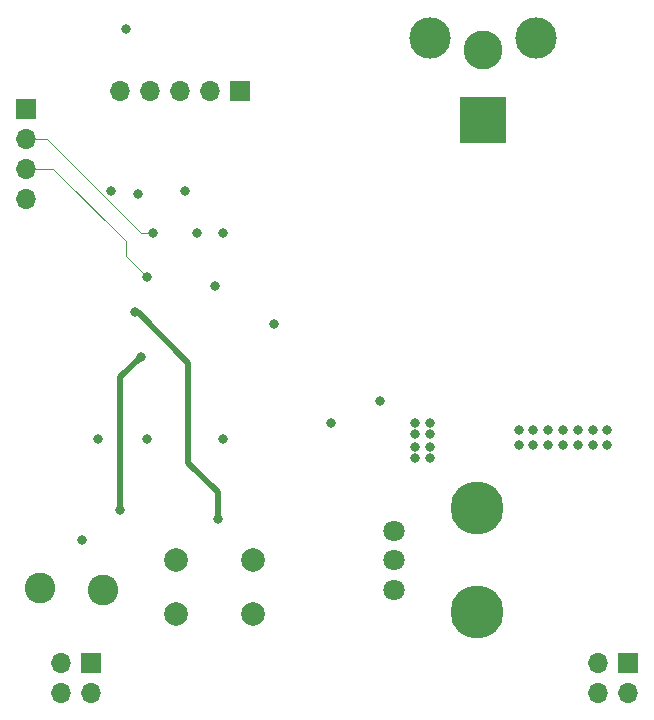
<source format=gbr>
%TF.GenerationSoftware,KiCad,Pcbnew,7.0.1*%
%TF.CreationDate,2023-09-23T10:11:30-05:00*%
%TF.ProjectId,Power_Supply,506f7765-725f-4537-9570-706c792e6b69,1*%
%TF.SameCoordinates,Original*%
%TF.FileFunction,Copper,L3,Inr*%
%TF.FilePolarity,Positive*%
%FSLAX46Y46*%
G04 Gerber Fmt 4.6, Leading zero omitted, Abs format (unit mm)*
G04 Created by KiCad (PCBNEW 7.0.1) date 2023-09-23 10:11:30*
%MOMM*%
%LPD*%
G01*
G04 APERTURE LIST*
%TA.AperFunction,ComponentPad*%
%ADD10C,1.800000*%
%TD*%
%TA.AperFunction,ComponentPad*%
%ADD11C,4.500000*%
%TD*%
%TA.AperFunction,ComponentPad*%
%ADD12R,1.700000X1.700000*%
%TD*%
%TA.AperFunction,ComponentPad*%
%ADD13O,1.700000X1.700000*%
%TD*%
%TA.AperFunction,ComponentPad*%
%ADD14R,4.000000X4.000000*%
%TD*%
%TA.AperFunction,ComponentPad*%
%ADD15C,3.300000*%
%TD*%
%TA.AperFunction,ComponentPad*%
%ADD16C,3.500000*%
%TD*%
%TA.AperFunction,ComponentPad*%
%ADD17C,2.600000*%
%TD*%
%TA.AperFunction,ComponentPad*%
%ADD18C,2.000000*%
%TD*%
%TA.AperFunction,ViaPad*%
%ADD19C,0.800000*%
%TD*%
%TA.AperFunction,Conductor*%
%ADD20C,0.500000*%
%TD*%
%TA.AperFunction,Conductor*%
%ADD21C,0.090000*%
%TD*%
G04 APERTURE END LIST*
D10*
%TO.N,ADC*%
%TO.C,VR1*%
X140970000Y-94996000D03*
%TO.N,CW*%
X140970000Y-97496000D03*
X140970000Y-99996000D03*
D11*
%TO.N,GND*%
X147970000Y-93096000D03*
X147970000Y-101896000D03*
%TD*%
D12*
%TO.N,ADC*%
%TO.C,+*%
X115321000Y-106167000D03*
D13*
X115321000Y-108707000D03*
%TO.N,GND*%
X112781000Y-106167000D03*
X112781000Y-108707000D03*
%TD*%
D14*
%TO.N,/MCU_POWER/JACK_OUT*%
%TO.C,J1*%
X148500000Y-60250000D03*
D15*
%TO.N,GND*%
X148500000Y-54250000D03*
D16*
%TO.N,N/C*%
X153000000Y-53250000D03*
X144000000Y-53250000D03*
%TD*%
D12*
%TO.N,+3.3V*%
%TO.C,J3*%
X109750000Y-59250000D03*
D13*
%TO.N,SCL*%
X109750000Y-61790000D03*
%TO.N,SDA*%
X109750000Y-64330000D03*
%TO.N,GND*%
X109750000Y-66870000D03*
%TD*%
D17*
%TO.N,ADC*%
%TO.C,+*%
X116332000Y-100000000D03*
%TD*%
D18*
%TO.N,GND*%
%TO.C,RST*%
X129000000Y-102000000D03*
X122500000Y-102000000D03*
%TO.N,/NRST*%
X129000000Y-97500000D03*
X122500000Y-97500000D03*
%TD*%
D17*
%TO.N,GND*%
%TO.C,-*%
X110998000Y-99822000D03*
%TD*%
D12*
%TO.N,+3.3V*%
%TO.C,J4*%
X127870000Y-57750000D03*
D13*
%TO.N,SWCLK*%
X125330000Y-57750000D03*
%TO.N,GND*%
X122790000Y-57750000D03*
%TO.N,SWDIO*%
X120250000Y-57750000D03*
%TO.N,SWO*%
X117710000Y-57750000D03*
%TD*%
D12*
%TO.N,ADC*%
%TO.C,J5*%
X160782000Y-106172000D03*
D13*
X160782000Y-108712000D03*
%TO.N,GND*%
X158242000Y-106172000D03*
X158242000Y-108712000D03*
%TD*%
D19*
%TO.N,Net-(U1-PA1)*%
X119500000Y-80250000D03*
X117750000Y-93250000D03*
%TO.N,+3.3V*%
X151500000Y-86500000D03*
X151500000Y-87750000D03*
X156500000Y-87750000D03*
X152750000Y-86500000D03*
X159000000Y-87750000D03*
X154000000Y-87750000D03*
X130749999Y-77500000D03*
X115862500Y-87250000D03*
X157750000Y-86500000D03*
X152750000Y-87750000D03*
X159000000Y-86500000D03*
X126500000Y-87250000D03*
X123250000Y-66250000D03*
X157750000Y-87750000D03*
X117000000Y-66250000D03*
X118250000Y-52500000D03*
X156500000Y-86500000D03*
X154000000Y-86500000D03*
X155250000Y-86500000D03*
X119294269Y-66455731D03*
X120000000Y-87250000D03*
X155250000Y-87750000D03*
%TO.N,/NRST*%
X126000000Y-94000000D03*
X119000000Y-76500000D03*
%TO.N,SCL*%
X120500000Y-69750000D03*
%TO.N,SDA*%
X120000000Y-73500000D03*
%TO.N,SWCLK*%
X126500000Y-69750000D03*
%TO.N,SWDIO*%
X125750000Y-74250000D03*
%TO.N,SWO*%
X124250000Y-69750000D03*
%TO.N,ADC*%
X144018000Y-88870000D03*
X142748000Y-88860000D03*
X142748000Y-86828000D03*
X142748000Y-87884000D03*
X144018000Y-86838000D03*
X142748000Y-85852000D03*
X114500000Y-95750000D03*
X144018000Y-87884000D03*
X144018000Y-85852000D03*
%TO.N,CW*%
X139750000Y-84000000D03*
X135636000Y-85852000D03*
%TD*%
D20*
%TO.N,Net-(U1-PA1)*%
X117750000Y-82000000D02*
X119500000Y-80250000D01*
X117750000Y-93250000D02*
X117750000Y-92500000D01*
X117750000Y-92500000D02*
X117750000Y-82000000D01*
%TO.N,/NRST*%
X123500000Y-80750000D02*
X119250000Y-76500000D01*
X123500000Y-89250000D02*
X123500000Y-80750000D01*
X126000000Y-94000000D02*
X126000000Y-91750000D01*
X126000000Y-91750000D02*
X123500000Y-89250000D01*
X119250000Y-76500000D02*
X119000000Y-76500000D01*
D21*
%TO.N,SCL*%
X119500000Y-69750000D02*
X120500000Y-69750000D01*
X109750000Y-61790000D02*
X111540000Y-61790000D01*
X111540000Y-61790000D02*
X119500000Y-69750000D01*
%TO.N,SDA*%
X112080000Y-64330000D02*
X118250000Y-70500000D01*
X109750000Y-64330000D02*
X112080000Y-64330000D01*
X118250000Y-71750000D02*
X120000000Y-73500000D01*
X118250000Y-70500000D02*
X118250000Y-71750000D01*
%TD*%
M02*

</source>
